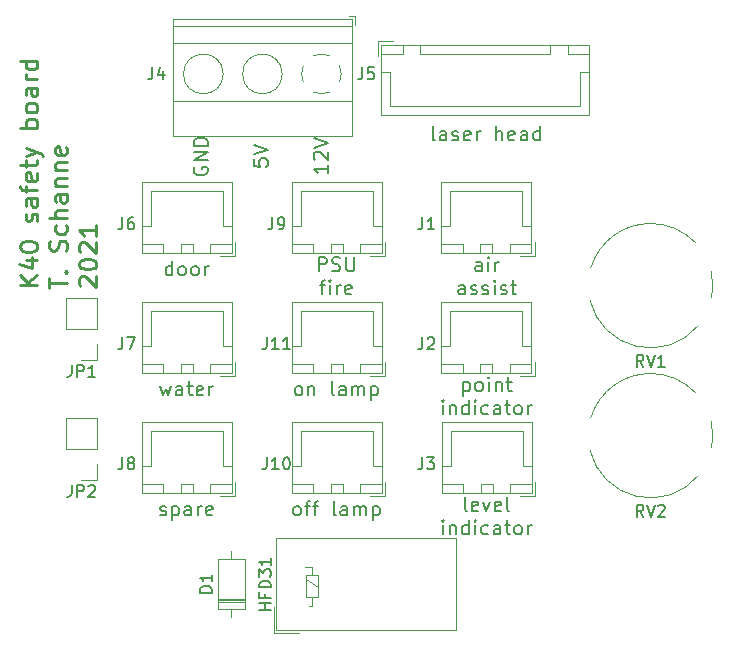
<source format=gto>
%TF.GenerationSoftware,KiCad,Pcbnew,(5.1.9)-1*%
%TF.CreationDate,2021-09-13T23:33:08+02:00*%
%TF.ProjectId,SafetyBoard,53616665-7479-4426-9f61-72642e6b6963,rev?*%
%TF.SameCoordinates,Original*%
%TF.FileFunction,Legend,Top*%
%TF.FilePolarity,Positive*%
%FSLAX46Y46*%
G04 Gerber Fmt 4.6, Leading zero omitted, Abs format (unit mm)*
G04 Created by KiCad (PCBNEW (5.1.9)-1) date 2021-09-13 23:33:08*
%MOMM*%
%LPD*%
G01*
G04 APERTURE LIST*
%ADD10C,0.250000*%
%ADD11C,0.170000*%
%ADD12C,0.120000*%
%ADD13C,0.150000*%
%ADD14R,2.600000X2.600000*%
%ADD15C,2.600000*%
%ADD16C,4.300000*%
%ADD17O,1.700000X1.950000*%
%ADD18R,1.600000X1.600000*%
%ADD19O,1.600000X1.600000*%
%ADD20C,2.000000*%
%ADD21R,2.000000X2.000000*%
%ADD22O,1.700000X2.000000*%
%ADD23R,1.700000X1.700000*%
%ADD24O,1.700000X1.700000*%
%ADD25C,2.340000*%
G04 APERTURE END LIST*
D10*
X125813571Y-50915357D02*
X124313571Y-50915357D01*
X125813571Y-50058214D02*
X124956428Y-50701071D01*
X124313571Y-50058214D02*
X125170714Y-50915357D01*
X124813571Y-48772500D02*
X125813571Y-48772500D01*
X124242142Y-49129642D02*
X125313571Y-49486785D01*
X125313571Y-48558214D01*
X124313571Y-47701071D02*
X124313571Y-47558214D01*
X124385000Y-47415357D01*
X124456428Y-47343928D01*
X124599285Y-47272500D01*
X124885000Y-47201071D01*
X125242142Y-47201071D01*
X125527857Y-47272500D01*
X125670714Y-47343928D01*
X125742142Y-47415357D01*
X125813571Y-47558214D01*
X125813571Y-47701071D01*
X125742142Y-47843928D01*
X125670714Y-47915357D01*
X125527857Y-47986785D01*
X125242142Y-48058214D01*
X124885000Y-48058214D01*
X124599285Y-47986785D01*
X124456428Y-47915357D01*
X124385000Y-47843928D01*
X124313571Y-47701071D01*
X125742142Y-45486785D02*
X125813571Y-45343928D01*
X125813571Y-45058214D01*
X125742142Y-44915357D01*
X125599285Y-44843928D01*
X125527857Y-44843928D01*
X125385000Y-44915357D01*
X125313571Y-45058214D01*
X125313571Y-45272500D01*
X125242142Y-45415357D01*
X125099285Y-45486785D01*
X125027857Y-45486785D01*
X124885000Y-45415357D01*
X124813571Y-45272500D01*
X124813571Y-45058214D01*
X124885000Y-44915357D01*
X125813571Y-43558214D02*
X125027857Y-43558214D01*
X124885000Y-43629642D01*
X124813571Y-43772500D01*
X124813571Y-44058214D01*
X124885000Y-44201071D01*
X125742142Y-43558214D02*
X125813571Y-43701071D01*
X125813571Y-44058214D01*
X125742142Y-44201071D01*
X125599285Y-44272500D01*
X125456428Y-44272500D01*
X125313571Y-44201071D01*
X125242142Y-44058214D01*
X125242142Y-43701071D01*
X125170714Y-43558214D01*
X124813571Y-43058214D02*
X124813571Y-42486785D01*
X125813571Y-42843928D02*
X124527857Y-42843928D01*
X124385000Y-42772500D01*
X124313571Y-42629642D01*
X124313571Y-42486785D01*
X125742142Y-41415357D02*
X125813571Y-41558214D01*
X125813571Y-41843928D01*
X125742142Y-41986785D01*
X125599285Y-42058214D01*
X125027857Y-42058214D01*
X124885000Y-41986785D01*
X124813571Y-41843928D01*
X124813571Y-41558214D01*
X124885000Y-41415357D01*
X125027857Y-41343928D01*
X125170714Y-41343928D01*
X125313571Y-42058214D01*
X124813571Y-40915357D02*
X124813571Y-40343928D01*
X124313571Y-40701071D02*
X125599285Y-40701071D01*
X125742142Y-40629642D01*
X125813571Y-40486785D01*
X125813571Y-40343928D01*
X124813571Y-39986785D02*
X125813571Y-39629642D01*
X124813571Y-39272500D02*
X125813571Y-39629642D01*
X126170714Y-39772500D01*
X126242142Y-39843928D01*
X126313571Y-39986785D01*
X125813571Y-37558214D02*
X124313571Y-37558214D01*
X124885000Y-37558214D02*
X124813571Y-37415357D01*
X124813571Y-37129642D01*
X124885000Y-36986785D01*
X124956428Y-36915357D01*
X125099285Y-36843928D01*
X125527857Y-36843928D01*
X125670714Y-36915357D01*
X125742142Y-36986785D01*
X125813571Y-37129642D01*
X125813571Y-37415357D01*
X125742142Y-37558214D01*
X125813571Y-35986785D02*
X125742142Y-36129642D01*
X125670714Y-36201071D01*
X125527857Y-36272500D01*
X125099285Y-36272500D01*
X124956428Y-36201071D01*
X124885000Y-36129642D01*
X124813571Y-35986785D01*
X124813571Y-35772500D01*
X124885000Y-35629642D01*
X124956428Y-35558214D01*
X125099285Y-35486785D01*
X125527857Y-35486785D01*
X125670714Y-35558214D01*
X125742142Y-35629642D01*
X125813571Y-35772500D01*
X125813571Y-35986785D01*
X125813571Y-34201071D02*
X125027857Y-34201071D01*
X124885000Y-34272500D01*
X124813571Y-34415357D01*
X124813571Y-34701071D01*
X124885000Y-34843928D01*
X125742142Y-34201071D02*
X125813571Y-34343928D01*
X125813571Y-34701071D01*
X125742142Y-34843928D01*
X125599285Y-34915357D01*
X125456428Y-34915357D01*
X125313571Y-34843928D01*
X125242142Y-34701071D01*
X125242142Y-34343928D01*
X125170714Y-34201071D01*
X125813571Y-33486785D02*
X124813571Y-33486785D01*
X125099285Y-33486785D02*
X124956428Y-33415357D01*
X124885000Y-33343928D01*
X124813571Y-33201071D01*
X124813571Y-33058214D01*
X125813571Y-31915357D02*
X124313571Y-31915357D01*
X125742142Y-31915357D02*
X125813571Y-32058214D01*
X125813571Y-32343928D01*
X125742142Y-32486785D01*
X125670714Y-32558214D01*
X125527857Y-32629642D01*
X125099285Y-32629642D01*
X124956428Y-32558214D01*
X124885000Y-32486785D01*
X124813571Y-32343928D01*
X124813571Y-32058214D01*
X124885000Y-31915357D01*
X126813571Y-51129642D02*
X126813571Y-50272500D01*
X128313571Y-50701071D02*
X126813571Y-50701071D01*
X128170714Y-49772500D02*
X128242142Y-49701071D01*
X128313571Y-49772500D01*
X128242142Y-49843928D01*
X128170714Y-49772500D01*
X128313571Y-49772500D01*
X128242142Y-47986785D02*
X128313571Y-47772500D01*
X128313571Y-47415357D01*
X128242142Y-47272500D01*
X128170714Y-47201071D01*
X128027857Y-47129642D01*
X127885000Y-47129642D01*
X127742142Y-47201071D01*
X127670714Y-47272500D01*
X127599285Y-47415357D01*
X127527857Y-47701071D01*
X127456428Y-47843928D01*
X127385000Y-47915357D01*
X127242142Y-47986785D01*
X127099285Y-47986785D01*
X126956428Y-47915357D01*
X126885000Y-47843928D01*
X126813571Y-47701071D01*
X126813571Y-47343928D01*
X126885000Y-47129642D01*
X128242142Y-45843928D02*
X128313571Y-45986785D01*
X128313571Y-46272500D01*
X128242142Y-46415357D01*
X128170714Y-46486785D01*
X128027857Y-46558214D01*
X127599285Y-46558214D01*
X127456428Y-46486785D01*
X127385000Y-46415357D01*
X127313571Y-46272500D01*
X127313571Y-45986785D01*
X127385000Y-45843928D01*
X128313571Y-45201071D02*
X126813571Y-45201071D01*
X128313571Y-44558214D02*
X127527857Y-44558214D01*
X127385000Y-44629642D01*
X127313571Y-44772500D01*
X127313571Y-44986785D01*
X127385000Y-45129642D01*
X127456428Y-45201071D01*
X128313571Y-43201071D02*
X127527857Y-43201071D01*
X127385000Y-43272500D01*
X127313571Y-43415357D01*
X127313571Y-43701071D01*
X127385000Y-43843928D01*
X128242142Y-43201071D02*
X128313571Y-43343928D01*
X128313571Y-43701071D01*
X128242142Y-43843928D01*
X128099285Y-43915357D01*
X127956428Y-43915357D01*
X127813571Y-43843928D01*
X127742142Y-43701071D01*
X127742142Y-43343928D01*
X127670714Y-43201071D01*
X127313571Y-42486785D02*
X128313571Y-42486785D01*
X127456428Y-42486785D02*
X127385000Y-42415357D01*
X127313571Y-42272500D01*
X127313571Y-42058214D01*
X127385000Y-41915357D01*
X127527857Y-41843928D01*
X128313571Y-41843928D01*
X127313571Y-41129642D02*
X128313571Y-41129642D01*
X127456428Y-41129642D02*
X127385000Y-41058214D01*
X127313571Y-40915357D01*
X127313571Y-40701071D01*
X127385000Y-40558214D01*
X127527857Y-40486785D01*
X128313571Y-40486785D01*
X128242142Y-39201071D02*
X128313571Y-39343928D01*
X128313571Y-39629642D01*
X128242142Y-39772500D01*
X128099285Y-39843928D01*
X127527857Y-39843928D01*
X127385000Y-39772500D01*
X127313571Y-39629642D01*
X127313571Y-39343928D01*
X127385000Y-39201071D01*
X127527857Y-39129642D01*
X127670714Y-39129642D01*
X127813571Y-39843928D01*
X129456428Y-50986785D02*
X129385000Y-50915357D01*
X129313571Y-50772500D01*
X129313571Y-50415357D01*
X129385000Y-50272500D01*
X129456428Y-50201071D01*
X129599285Y-50129642D01*
X129742142Y-50129642D01*
X129956428Y-50201071D01*
X130813571Y-51058214D01*
X130813571Y-50129642D01*
X129313571Y-49201071D02*
X129313571Y-49058214D01*
X129385000Y-48915357D01*
X129456428Y-48843928D01*
X129599285Y-48772500D01*
X129885000Y-48701071D01*
X130242142Y-48701071D01*
X130527857Y-48772500D01*
X130670714Y-48843928D01*
X130742142Y-48915357D01*
X130813571Y-49058214D01*
X130813571Y-49201071D01*
X130742142Y-49343928D01*
X130670714Y-49415357D01*
X130527857Y-49486785D01*
X130242142Y-49558214D01*
X129885000Y-49558214D01*
X129599285Y-49486785D01*
X129456428Y-49415357D01*
X129385000Y-49343928D01*
X129313571Y-49201071D01*
X129456428Y-48129642D02*
X129385000Y-48058214D01*
X129313571Y-47915357D01*
X129313571Y-47558214D01*
X129385000Y-47415357D01*
X129456428Y-47343928D01*
X129599285Y-47272500D01*
X129742142Y-47272500D01*
X129956428Y-47343928D01*
X130813571Y-48201071D01*
X130813571Y-47272500D01*
X130813571Y-45843928D02*
X130813571Y-46701071D01*
X130813571Y-46272500D02*
X129313571Y-46272500D01*
X129527857Y-46415357D01*
X129670714Y-46558214D01*
X129742142Y-46701071D01*
D11*
X159458571Y-38642857D02*
X159344285Y-38585714D01*
X159287142Y-38471428D01*
X159287142Y-37442857D01*
X160430000Y-38642857D02*
X160430000Y-38014285D01*
X160372857Y-37900000D01*
X160258571Y-37842857D01*
X160030000Y-37842857D01*
X159915714Y-37900000D01*
X160430000Y-38585714D02*
X160315714Y-38642857D01*
X160030000Y-38642857D01*
X159915714Y-38585714D01*
X159858571Y-38471428D01*
X159858571Y-38357142D01*
X159915714Y-38242857D01*
X160030000Y-38185714D01*
X160315714Y-38185714D01*
X160430000Y-38128571D01*
X160944285Y-38585714D02*
X161058571Y-38642857D01*
X161287142Y-38642857D01*
X161401428Y-38585714D01*
X161458571Y-38471428D01*
X161458571Y-38414285D01*
X161401428Y-38300000D01*
X161287142Y-38242857D01*
X161115714Y-38242857D01*
X161001428Y-38185714D01*
X160944285Y-38071428D01*
X160944285Y-38014285D01*
X161001428Y-37900000D01*
X161115714Y-37842857D01*
X161287142Y-37842857D01*
X161401428Y-37900000D01*
X162430000Y-38585714D02*
X162315714Y-38642857D01*
X162087142Y-38642857D01*
X161972857Y-38585714D01*
X161915714Y-38471428D01*
X161915714Y-38014285D01*
X161972857Y-37900000D01*
X162087142Y-37842857D01*
X162315714Y-37842857D01*
X162430000Y-37900000D01*
X162487142Y-38014285D01*
X162487142Y-38128571D01*
X161915714Y-38242857D01*
X163001428Y-38642857D02*
X163001428Y-37842857D01*
X163001428Y-38071428D02*
X163058571Y-37957142D01*
X163115714Y-37900000D01*
X163230000Y-37842857D01*
X163344285Y-37842857D01*
X164658571Y-38642857D02*
X164658571Y-37442857D01*
X165172857Y-38642857D02*
X165172857Y-38014285D01*
X165115714Y-37900000D01*
X165001428Y-37842857D01*
X164830000Y-37842857D01*
X164715714Y-37900000D01*
X164658571Y-37957142D01*
X166201428Y-38585714D02*
X166087142Y-38642857D01*
X165858571Y-38642857D01*
X165744285Y-38585714D01*
X165687142Y-38471428D01*
X165687142Y-38014285D01*
X165744285Y-37900000D01*
X165858571Y-37842857D01*
X166087142Y-37842857D01*
X166201428Y-37900000D01*
X166258571Y-38014285D01*
X166258571Y-38128571D01*
X165687142Y-38242857D01*
X167287142Y-38642857D02*
X167287142Y-38014285D01*
X167230000Y-37900000D01*
X167115714Y-37842857D01*
X166887142Y-37842857D01*
X166772857Y-37900000D01*
X167287142Y-38585714D02*
X167172857Y-38642857D01*
X166887142Y-38642857D01*
X166772857Y-38585714D01*
X166715714Y-38471428D01*
X166715714Y-38357142D01*
X166772857Y-38242857D01*
X166887142Y-38185714D01*
X167172857Y-38185714D01*
X167287142Y-38128571D01*
X168372857Y-38642857D02*
X168372857Y-37442857D01*
X168372857Y-38585714D02*
X168258571Y-38642857D01*
X168030000Y-38642857D01*
X167915714Y-38585714D01*
X167858571Y-38528571D01*
X167801428Y-38414285D01*
X167801428Y-38071428D01*
X167858571Y-37957142D01*
X167915714Y-37900000D01*
X168030000Y-37842857D01*
X168258571Y-37842857D01*
X168372857Y-37900000D01*
X139100000Y-40919285D02*
X139042857Y-41033571D01*
X139042857Y-41205000D01*
X139100000Y-41376428D01*
X139214285Y-41490714D01*
X139328571Y-41547857D01*
X139557142Y-41605000D01*
X139728571Y-41605000D01*
X139957142Y-41547857D01*
X140071428Y-41490714D01*
X140185714Y-41376428D01*
X140242857Y-41205000D01*
X140242857Y-41090714D01*
X140185714Y-40919285D01*
X140128571Y-40862142D01*
X139728571Y-40862142D01*
X139728571Y-41090714D01*
X140242857Y-40347857D02*
X139042857Y-40347857D01*
X140242857Y-39662142D01*
X139042857Y-39662142D01*
X140242857Y-39090714D02*
X139042857Y-39090714D01*
X139042857Y-38805000D01*
X139100000Y-38633571D01*
X139214285Y-38519285D01*
X139328571Y-38462142D01*
X139557142Y-38405000D01*
X139728571Y-38405000D01*
X139957142Y-38462142D01*
X140071428Y-38519285D01*
X140185714Y-38633571D01*
X140242857Y-38805000D01*
X140242857Y-39090714D01*
X144122857Y-40233571D02*
X144122857Y-40805000D01*
X144694285Y-40862142D01*
X144637142Y-40805000D01*
X144580000Y-40690714D01*
X144580000Y-40405000D01*
X144637142Y-40290714D01*
X144694285Y-40233571D01*
X144808571Y-40176428D01*
X145094285Y-40176428D01*
X145208571Y-40233571D01*
X145265714Y-40290714D01*
X145322857Y-40405000D01*
X145322857Y-40690714D01*
X145265714Y-40805000D01*
X145208571Y-40862142D01*
X144122857Y-39833571D02*
X145322857Y-39433571D01*
X144122857Y-39033571D01*
X150402857Y-40747857D02*
X150402857Y-41433571D01*
X150402857Y-41090714D02*
X149202857Y-41090714D01*
X149374285Y-41205000D01*
X149488571Y-41319285D01*
X149545714Y-41433571D01*
X149317142Y-40290714D02*
X149260000Y-40233571D01*
X149202857Y-40119285D01*
X149202857Y-39833571D01*
X149260000Y-39719285D01*
X149317142Y-39662142D01*
X149431428Y-39605000D01*
X149545714Y-39605000D01*
X149717142Y-39662142D01*
X150402857Y-40347857D01*
X150402857Y-39605000D01*
X149202857Y-39262142D02*
X150402857Y-38862142D01*
X149202857Y-38462142D01*
X136201428Y-70335714D02*
X136315714Y-70392857D01*
X136544285Y-70392857D01*
X136658571Y-70335714D01*
X136715714Y-70221428D01*
X136715714Y-70164285D01*
X136658571Y-70050000D01*
X136544285Y-69992857D01*
X136372857Y-69992857D01*
X136258571Y-69935714D01*
X136201428Y-69821428D01*
X136201428Y-69764285D01*
X136258571Y-69650000D01*
X136372857Y-69592857D01*
X136544285Y-69592857D01*
X136658571Y-69650000D01*
X137230000Y-69592857D02*
X137230000Y-70792857D01*
X137230000Y-69650000D02*
X137344285Y-69592857D01*
X137572857Y-69592857D01*
X137687142Y-69650000D01*
X137744285Y-69707142D01*
X137801428Y-69821428D01*
X137801428Y-70164285D01*
X137744285Y-70278571D01*
X137687142Y-70335714D01*
X137572857Y-70392857D01*
X137344285Y-70392857D01*
X137230000Y-70335714D01*
X138830000Y-70392857D02*
X138830000Y-69764285D01*
X138772857Y-69650000D01*
X138658571Y-69592857D01*
X138430000Y-69592857D01*
X138315714Y-69650000D01*
X138830000Y-70335714D02*
X138715714Y-70392857D01*
X138430000Y-70392857D01*
X138315714Y-70335714D01*
X138258571Y-70221428D01*
X138258571Y-70107142D01*
X138315714Y-69992857D01*
X138430000Y-69935714D01*
X138715714Y-69935714D01*
X138830000Y-69878571D01*
X139401428Y-70392857D02*
X139401428Y-69592857D01*
X139401428Y-69821428D02*
X139458571Y-69707142D01*
X139515714Y-69650000D01*
X139630000Y-69592857D01*
X139744285Y-69592857D01*
X140601428Y-70335714D02*
X140487142Y-70392857D01*
X140258571Y-70392857D01*
X140144285Y-70335714D01*
X140087142Y-70221428D01*
X140087142Y-69764285D01*
X140144285Y-69650000D01*
X140258571Y-69592857D01*
X140487142Y-69592857D01*
X140601428Y-69650000D01*
X140658571Y-69764285D01*
X140658571Y-69878571D01*
X140087142Y-69992857D01*
X136201428Y-59432857D02*
X136430000Y-60232857D01*
X136658571Y-59661428D01*
X136887142Y-60232857D01*
X137115714Y-59432857D01*
X138087142Y-60232857D02*
X138087142Y-59604285D01*
X138030000Y-59490000D01*
X137915714Y-59432857D01*
X137687142Y-59432857D01*
X137572857Y-59490000D01*
X138087142Y-60175714D02*
X137972857Y-60232857D01*
X137687142Y-60232857D01*
X137572857Y-60175714D01*
X137515714Y-60061428D01*
X137515714Y-59947142D01*
X137572857Y-59832857D01*
X137687142Y-59775714D01*
X137972857Y-59775714D01*
X138087142Y-59718571D01*
X138487142Y-59432857D02*
X138944285Y-59432857D01*
X138658571Y-59032857D02*
X138658571Y-60061428D01*
X138715714Y-60175714D01*
X138830000Y-60232857D01*
X138944285Y-60232857D01*
X139801428Y-60175714D02*
X139687142Y-60232857D01*
X139458571Y-60232857D01*
X139344285Y-60175714D01*
X139287142Y-60061428D01*
X139287142Y-59604285D01*
X139344285Y-59490000D01*
X139458571Y-59432857D01*
X139687142Y-59432857D01*
X139801428Y-59490000D01*
X139858571Y-59604285D01*
X139858571Y-59718571D01*
X139287142Y-59832857D01*
X140372857Y-60232857D02*
X140372857Y-59432857D01*
X140372857Y-59661428D02*
X140430000Y-59547142D01*
X140487142Y-59490000D01*
X140601428Y-59432857D01*
X140715714Y-59432857D01*
X137230000Y-50072857D02*
X137230000Y-48872857D01*
X137230000Y-50015714D02*
X137115714Y-50072857D01*
X136887142Y-50072857D01*
X136772857Y-50015714D01*
X136715714Y-49958571D01*
X136658571Y-49844285D01*
X136658571Y-49501428D01*
X136715714Y-49387142D01*
X136772857Y-49330000D01*
X136887142Y-49272857D01*
X137115714Y-49272857D01*
X137230000Y-49330000D01*
X137972857Y-50072857D02*
X137858571Y-50015714D01*
X137801428Y-49958571D01*
X137744285Y-49844285D01*
X137744285Y-49501428D01*
X137801428Y-49387142D01*
X137858571Y-49330000D01*
X137972857Y-49272857D01*
X138144285Y-49272857D01*
X138258571Y-49330000D01*
X138315714Y-49387142D01*
X138372857Y-49501428D01*
X138372857Y-49844285D01*
X138315714Y-49958571D01*
X138258571Y-50015714D01*
X138144285Y-50072857D01*
X137972857Y-50072857D01*
X139058571Y-50072857D02*
X138944285Y-50015714D01*
X138887142Y-49958571D01*
X138830000Y-49844285D01*
X138830000Y-49501428D01*
X138887142Y-49387142D01*
X138944285Y-49330000D01*
X139058571Y-49272857D01*
X139230000Y-49272857D01*
X139344285Y-49330000D01*
X139401428Y-49387142D01*
X139458571Y-49501428D01*
X139458571Y-49844285D01*
X139401428Y-49958571D01*
X139344285Y-50015714D01*
X139230000Y-50072857D01*
X139058571Y-50072857D01*
X139972857Y-50072857D02*
X139972857Y-49272857D01*
X139972857Y-49501428D02*
X140030000Y-49387142D01*
X140087142Y-49330000D01*
X140201428Y-49272857D01*
X140315714Y-49272857D01*
X147701428Y-70392857D02*
X147587142Y-70335714D01*
X147530000Y-70278571D01*
X147472857Y-70164285D01*
X147472857Y-69821428D01*
X147530000Y-69707142D01*
X147587142Y-69650000D01*
X147701428Y-69592857D01*
X147872857Y-69592857D01*
X147987142Y-69650000D01*
X148044285Y-69707142D01*
X148101428Y-69821428D01*
X148101428Y-70164285D01*
X148044285Y-70278571D01*
X147987142Y-70335714D01*
X147872857Y-70392857D01*
X147701428Y-70392857D01*
X148444285Y-69592857D02*
X148901428Y-69592857D01*
X148615714Y-70392857D02*
X148615714Y-69364285D01*
X148672857Y-69250000D01*
X148787142Y-69192857D01*
X148901428Y-69192857D01*
X149130000Y-69592857D02*
X149587142Y-69592857D01*
X149301428Y-70392857D02*
X149301428Y-69364285D01*
X149358571Y-69250000D01*
X149472857Y-69192857D01*
X149587142Y-69192857D01*
X151072857Y-70392857D02*
X150958571Y-70335714D01*
X150901428Y-70221428D01*
X150901428Y-69192857D01*
X152044285Y-70392857D02*
X152044285Y-69764285D01*
X151987142Y-69650000D01*
X151872857Y-69592857D01*
X151644285Y-69592857D01*
X151530000Y-69650000D01*
X152044285Y-70335714D02*
X151930000Y-70392857D01*
X151644285Y-70392857D01*
X151530000Y-70335714D01*
X151472857Y-70221428D01*
X151472857Y-70107142D01*
X151530000Y-69992857D01*
X151644285Y-69935714D01*
X151930000Y-69935714D01*
X152044285Y-69878571D01*
X152615714Y-70392857D02*
X152615714Y-69592857D01*
X152615714Y-69707142D02*
X152672857Y-69650000D01*
X152787142Y-69592857D01*
X152958571Y-69592857D01*
X153072857Y-69650000D01*
X153130000Y-69764285D01*
X153130000Y-70392857D01*
X153130000Y-69764285D02*
X153187142Y-69650000D01*
X153301428Y-69592857D01*
X153472857Y-69592857D01*
X153587142Y-69650000D01*
X153644285Y-69764285D01*
X153644285Y-70392857D01*
X154215714Y-69592857D02*
X154215714Y-70792857D01*
X154215714Y-69650000D02*
X154330000Y-69592857D01*
X154558571Y-69592857D01*
X154672857Y-69650000D01*
X154730000Y-69707142D01*
X154787142Y-69821428D01*
X154787142Y-70164285D01*
X154730000Y-70278571D01*
X154672857Y-70335714D01*
X154558571Y-70392857D01*
X154330000Y-70392857D01*
X154215714Y-70335714D01*
X147844285Y-60232857D02*
X147730000Y-60175714D01*
X147672857Y-60118571D01*
X147615714Y-60004285D01*
X147615714Y-59661428D01*
X147672857Y-59547142D01*
X147730000Y-59490000D01*
X147844285Y-59432857D01*
X148015714Y-59432857D01*
X148130000Y-59490000D01*
X148187142Y-59547142D01*
X148244285Y-59661428D01*
X148244285Y-60004285D01*
X148187142Y-60118571D01*
X148130000Y-60175714D01*
X148015714Y-60232857D01*
X147844285Y-60232857D01*
X148758571Y-59432857D02*
X148758571Y-60232857D01*
X148758571Y-59547142D02*
X148815714Y-59490000D01*
X148930000Y-59432857D01*
X149101428Y-59432857D01*
X149215714Y-59490000D01*
X149272857Y-59604285D01*
X149272857Y-60232857D01*
X150930000Y-60232857D02*
X150815714Y-60175714D01*
X150758571Y-60061428D01*
X150758571Y-59032857D01*
X151901428Y-60232857D02*
X151901428Y-59604285D01*
X151844285Y-59490000D01*
X151730000Y-59432857D01*
X151501428Y-59432857D01*
X151387142Y-59490000D01*
X151901428Y-60175714D02*
X151787142Y-60232857D01*
X151501428Y-60232857D01*
X151387142Y-60175714D01*
X151330000Y-60061428D01*
X151330000Y-59947142D01*
X151387142Y-59832857D01*
X151501428Y-59775714D01*
X151787142Y-59775714D01*
X151901428Y-59718571D01*
X152472857Y-60232857D02*
X152472857Y-59432857D01*
X152472857Y-59547142D02*
X152530000Y-59490000D01*
X152644285Y-59432857D01*
X152815714Y-59432857D01*
X152930000Y-59490000D01*
X152987142Y-59604285D01*
X152987142Y-60232857D01*
X152987142Y-59604285D02*
X153044285Y-59490000D01*
X153158571Y-59432857D01*
X153330000Y-59432857D01*
X153444285Y-59490000D01*
X153501428Y-59604285D01*
X153501428Y-60232857D01*
X154072857Y-59432857D02*
X154072857Y-60632857D01*
X154072857Y-59490000D02*
X154187142Y-59432857D01*
X154415714Y-59432857D01*
X154530000Y-59490000D01*
X154587142Y-59547142D01*
X154644285Y-59661428D01*
X154644285Y-60004285D01*
X154587142Y-60118571D01*
X154530000Y-60175714D01*
X154415714Y-60232857D01*
X154187142Y-60232857D01*
X154072857Y-60175714D01*
X149615714Y-49722857D02*
X149615714Y-48522857D01*
X150072857Y-48522857D01*
X150187142Y-48580000D01*
X150244285Y-48637142D01*
X150301428Y-48751428D01*
X150301428Y-48922857D01*
X150244285Y-49037142D01*
X150187142Y-49094285D01*
X150072857Y-49151428D01*
X149615714Y-49151428D01*
X150758571Y-49665714D02*
X150930000Y-49722857D01*
X151215714Y-49722857D01*
X151330000Y-49665714D01*
X151387142Y-49608571D01*
X151444285Y-49494285D01*
X151444285Y-49380000D01*
X151387142Y-49265714D01*
X151330000Y-49208571D01*
X151215714Y-49151428D01*
X150987142Y-49094285D01*
X150872857Y-49037142D01*
X150815714Y-48980000D01*
X150758571Y-48865714D01*
X150758571Y-48751428D01*
X150815714Y-48637142D01*
X150872857Y-48580000D01*
X150987142Y-48522857D01*
X151272857Y-48522857D01*
X151444285Y-48580000D01*
X151958571Y-48522857D02*
X151958571Y-49494285D01*
X152015714Y-49608571D01*
X152072857Y-49665714D01*
X152187142Y-49722857D01*
X152415714Y-49722857D01*
X152530000Y-49665714D01*
X152587142Y-49608571D01*
X152644285Y-49494285D01*
X152644285Y-48522857D01*
X149730000Y-50892857D02*
X150187142Y-50892857D01*
X149901428Y-51692857D02*
X149901428Y-50664285D01*
X149958571Y-50550000D01*
X150072857Y-50492857D01*
X150187142Y-50492857D01*
X150587142Y-51692857D02*
X150587142Y-50892857D01*
X150587142Y-50492857D02*
X150530000Y-50550000D01*
X150587142Y-50607142D01*
X150644285Y-50550000D01*
X150587142Y-50492857D01*
X150587142Y-50607142D01*
X151158571Y-51692857D02*
X151158571Y-50892857D01*
X151158571Y-51121428D02*
X151215714Y-51007142D01*
X151272857Y-50950000D01*
X151387142Y-50892857D01*
X151501428Y-50892857D01*
X152358571Y-51635714D02*
X152244285Y-51692857D01*
X152015714Y-51692857D01*
X151901428Y-51635714D01*
X151844285Y-51521428D01*
X151844285Y-51064285D01*
X151901428Y-50950000D01*
X152015714Y-50892857D01*
X152244285Y-50892857D01*
X152358571Y-50950000D01*
X152415714Y-51064285D01*
X152415714Y-51178571D01*
X151844285Y-51292857D01*
X162172857Y-70042857D02*
X162058571Y-69985714D01*
X162001428Y-69871428D01*
X162001428Y-68842857D01*
X163087142Y-69985714D02*
X162972857Y-70042857D01*
X162744285Y-70042857D01*
X162630000Y-69985714D01*
X162572857Y-69871428D01*
X162572857Y-69414285D01*
X162630000Y-69300000D01*
X162744285Y-69242857D01*
X162972857Y-69242857D01*
X163087142Y-69300000D01*
X163144285Y-69414285D01*
X163144285Y-69528571D01*
X162572857Y-69642857D01*
X163544285Y-69242857D02*
X163830000Y-70042857D01*
X164115714Y-69242857D01*
X165030000Y-69985714D02*
X164915714Y-70042857D01*
X164687142Y-70042857D01*
X164572857Y-69985714D01*
X164515714Y-69871428D01*
X164515714Y-69414285D01*
X164572857Y-69300000D01*
X164687142Y-69242857D01*
X164915714Y-69242857D01*
X165030000Y-69300000D01*
X165087142Y-69414285D01*
X165087142Y-69528571D01*
X164515714Y-69642857D01*
X165772857Y-70042857D02*
X165658571Y-69985714D01*
X165601428Y-69871428D01*
X165601428Y-68842857D01*
X160144285Y-72012857D02*
X160144285Y-71212857D01*
X160144285Y-70812857D02*
X160087142Y-70870000D01*
X160144285Y-70927142D01*
X160201428Y-70870000D01*
X160144285Y-70812857D01*
X160144285Y-70927142D01*
X160715714Y-71212857D02*
X160715714Y-72012857D01*
X160715714Y-71327142D02*
X160772857Y-71270000D01*
X160887142Y-71212857D01*
X161058571Y-71212857D01*
X161172857Y-71270000D01*
X161230000Y-71384285D01*
X161230000Y-72012857D01*
X162315714Y-72012857D02*
X162315714Y-70812857D01*
X162315714Y-71955714D02*
X162201428Y-72012857D01*
X161972857Y-72012857D01*
X161858571Y-71955714D01*
X161801428Y-71898571D01*
X161744285Y-71784285D01*
X161744285Y-71441428D01*
X161801428Y-71327142D01*
X161858571Y-71270000D01*
X161972857Y-71212857D01*
X162201428Y-71212857D01*
X162315714Y-71270000D01*
X162887142Y-72012857D02*
X162887142Y-71212857D01*
X162887142Y-70812857D02*
X162830000Y-70870000D01*
X162887142Y-70927142D01*
X162944285Y-70870000D01*
X162887142Y-70812857D01*
X162887142Y-70927142D01*
X163972857Y-71955714D02*
X163858571Y-72012857D01*
X163630000Y-72012857D01*
X163515714Y-71955714D01*
X163458571Y-71898571D01*
X163401428Y-71784285D01*
X163401428Y-71441428D01*
X163458571Y-71327142D01*
X163515714Y-71270000D01*
X163630000Y-71212857D01*
X163858571Y-71212857D01*
X163972857Y-71270000D01*
X165001428Y-72012857D02*
X165001428Y-71384285D01*
X164944285Y-71270000D01*
X164830000Y-71212857D01*
X164601428Y-71212857D01*
X164487142Y-71270000D01*
X165001428Y-71955714D02*
X164887142Y-72012857D01*
X164601428Y-72012857D01*
X164487142Y-71955714D01*
X164430000Y-71841428D01*
X164430000Y-71727142D01*
X164487142Y-71612857D01*
X164601428Y-71555714D01*
X164887142Y-71555714D01*
X165001428Y-71498571D01*
X165401428Y-71212857D02*
X165858571Y-71212857D01*
X165572857Y-70812857D02*
X165572857Y-71841428D01*
X165630000Y-71955714D01*
X165744285Y-72012857D01*
X165858571Y-72012857D01*
X166430000Y-72012857D02*
X166315714Y-71955714D01*
X166258571Y-71898571D01*
X166201428Y-71784285D01*
X166201428Y-71441428D01*
X166258571Y-71327142D01*
X166315714Y-71270000D01*
X166430000Y-71212857D01*
X166601428Y-71212857D01*
X166715714Y-71270000D01*
X166772857Y-71327142D01*
X166830000Y-71441428D01*
X166830000Y-71784285D01*
X166772857Y-71898571D01*
X166715714Y-71955714D01*
X166601428Y-72012857D01*
X166430000Y-72012857D01*
X167344285Y-72012857D02*
X167344285Y-71212857D01*
X167344285Y-71441428D02*
X167401428Y-71327142D01*
X167458571Y-71270000D01*
X167572857Y-71212857D01*
X167687142Y-71212857D01*
X161858571Y-59082857D02*
X161858571Y-60282857D01*
X161858571Y-59140000D02*
X161972857Y-59082857D01*
X162201428Y-59082857D01*
X162315714Y-59140000D01*
X162372857Y-59197142D01*
X162430000Y-59311428D01*
X162430000Y-59654285D01*
X162372857Y-59768571D01*
X162315714Y-59825714D01*
X162201428Y-59882857D01*
X161972857Y-59882857D01*
X161858571Y-59825714D01*
X163115714Y-59882857D02*
X163001428Y-59825714D01*
X162944285Y-59768571D01*
X162887142Y-59654285D01*
X162887142Y-59311428D01*
X162944285Y-59197142D01*
X163001428Y-59140000D01*
X163115714Y-59082857D01*
X163287142Y-59082857D01*
X163401428Y-59140000D01*
X163458571Y-59197142D01*
X163515714Y-59311428D01*
X163515714Y-59654285D01*
X163458571Y-59768571D01*
X163401428Y-59825714D01*
X163287142Y-59882857D01*
X163115714Y-59882857D01*
X164030000Y-59882857D02*
X164030000Y-59082857D01*
X164030000Y-58682857D02*
X163972857Y-58740000D01*
X164030000Y-58797142D01*
X164087142Y-58740000D01*
X164030000Y-58682857D01*
X164030000Y-58797142D01*
X164601428Y-59082857D02*
X164601428Y-59882857D01*
X164601428Y-59197142D02*
X164658571Y-59140000D01*
X164772857Y-59082857D01*
X164944285Y-59082857D01*
X165058571Y-59140000D01*
X165115714Y-59254285D01*
X165115714Y-59882857D01*
X165515714Y-59082857D02*
X165972857Y-59082857D01*
X165687142Y-58682857D02*
X165687142Y-59711428D01*
X165744285Y-59825714D01*
X165858571Y-59882857D01*
X165972857Y-59882857D01*
X160144285Y-61852857D02*
X160144285Y-61052857D01*
X160144285Y-60652857D02*
X160087142Y-60710000D01*
X160144285Y-60767142D01*
X160201428Y-60710000D01*
X160144285Y-60652857D01*
X160144285Y-60767142D01*
X160715714Y-61052857D02*
X160715714Y-61852857D01*
X160715714Y-61167142D02*
X160772857Y-61110000D01*
X160887142Y-61052857D01*
X161058571Y-61052857D01*
X161172857Y-61110000D01*
X161230000Y-61224285D01*
X161230000Y-61852857D01*
X162315714Y-61852857D02*
X162315714Y-60652857D01*
X162315714Y-61795714D02*
X162201428Y-61852857D01*
X161972857Y-61852857D01*
X161858571Y-61795714D01*
X161801428Y-61738571D01*
X161744285Y-61624285D01*
X161744285Y-61281428D01*
X161801428Y-61167142D01*
X161858571Y-61110000D01*
X161972857Y-61052857D01*
X162201428Y-61052857D01*
X162315714Y-61110000D01*
X162887142Y-61852857D02*
X162887142Y-61052857D01*
X162887142Y-60652857D02*
X162830000Y-60710000D01*
X162887142Y-60767142D01*
X162944285Y-60710000D01*
X162887142Y-60652857D01*
X162887142Y-60767142D01*
X163972857Y-61795714D02*
X163858571Y-61852857D01*
X163630000Y-61852857D01*
X163515714Y-61795714D01*
X163458571Y-61738571D01*
X163401428Y-61624285D01*
X163401428Y-61281428D01*
X163458571Y-61167142D01*
X163515714Y-61110000D01*
X163630000Y-61052857D01*
X163858571Y-61052857D01*
X163972857Y-61110000D01*
X165001428Y-61852857D02*
X165001428Y-61224285D01*
X164944285Y-61110000D01*
X164830000Y-61052857D01*
X164601428Y-61052857D01*
X164487142Y-61110000D01*
X165001428Y-61795714D02*
X164887142Y-61852857D01*
X164601428Y-61852857D01*
X164487142Y-61795714D01*
X164430000Y-61681428D01*
X164430000Y-61567142D01*
X164487142Y-61452857D01*
X164601428Y-61395714D01*
X164887142Y-61395714D01*
X165001428Y-61338571D01*
X165401428Y-61052857D02*
X165858571Y-61052857D01*
X165572857Y-60652857D02*
X165572857Y-61681428D01*
X165630000Y-61795714D01*
X165744285Y-61852857D01*
X165858571Y-61852857D01*
X166430000Y-61852857D02*
X166315714Y-61795714D01*
X166258571Y-61738571D01*
X166201428Y-61624285D01*
X166201428Y-61281428D01*
X166258571Y-61167142D01*
X166315714Y-61110000D01*
X166430000Y-61052857D01*
X166601428Y-61052857D01*
X166715714Y-61110000D01*
X166772857Y-61167142D01*
X166830000Y-61281428D01*
X166830000Y-61624285D01*
X166772857Y-61738571D01*
X166715714Y-61795714D01*
X166601428Y-61852857D01*
X166430000Y-61852857D01*
X167344285Y-61852857D02*
X167344285Y-61052857D01*
X167344285Y-61281428D02*
X167401428Y-61167142D01*
X167458571Y-61110000D01*
X167572857Y-61052857D01*
X167687142Y-61052857D01*
X163430000Y-49722857D02*
X163430000Y-49094285D01*
X163372857Y-48980000D01*
X163258571Y-48922857D01*
X163030000Y-48922857D01*
X162915714Y-48980000D01*
X163430000Y-49665714D02*
X163315714Y-49722857D01*
X163030000Y-49722857D01*
X162915714Y-49665714D01*
X162858571Y-49551428D01*
X162858571Y-49437142D01*
X162915714Y-49322857D01*
X163030000Y-49265714D01*
X163315714Y-49265714D01*
X163430000Y-49208571D01*
X164001428Y-49722857D02*
X164001428Y-48922857D01*
X164001428Y-48522857D02*
X163944285Y-48580000D01*
X164001428Y-48637142D01*
X164058571Y-48580000D01*
X164001428Y-48522857D01*
X164001428Y-48637142D01*
X164572857Y-49722857D02*
X164572857Y-48922857D01*
X164572857Y-49151428D02*
X164630000Y-49037142D01*
X164687142Y-48980000D01*
X164801428Y-48922857D01*
X164915714Y-48922857D01*
X162001428Y-51692857D02*
X162001428Y-51064285D01*
X161944285Y-50950000D01*
X161830000Y-50892857D01*
X161601428Y-50892857D01*
X161487142Y-50950000D01*
X162001428Y-51635714D02*
X161887142Y-51692857D01*
X161601428Y-51692857D01*
X161487142Y-51635714D01*
X161430000Y-51521428D01*
X161430000Y-51407142D01*
X161487142Y-51292857D01*
X161601428Y-51235714D01*
X161887142Y-51235714D01*
X162001428Y-51178571D01*
X162515714Y-51635714D02*
X162630000Y-51692857D01*
X162858571Y-51692857D01*
X162972857Y-51635714D01*
X163030000Y-51521428D01*
X163030000Y-51464285D01*
X162972857Y-51350000D01*
X162858571Y-51292857D01*
X162687142Y-51292857D01*
X162572857Y-51235714D01*
X162515714Y-51121428D01*
X162515714Y-51064285D01*
X162572857Y-50950000D01*
X162687142Y-50892857D01*
X162858571Y-50892857D01*
X162972857Y-50950000D01*
X163487142Y-51635714D02*
X163601428Y-51692857D01*
X163830000Y-51692857D01*
X163944285Y-51635714D01*
X164001428Y-51521428D01*
X164001428Y-51464285D01*
X163944285Y-51350000D01*
X163830000Y-51292857D01*
X163658571Y-51292857D01*
X163544285Y-51235714D01*
X163487142Y-51121428D01*
X163487142Y-51064285D01*
X163544285Y-50950000D01*
X163658571Y-50892857D01*
X163830000Y-50892857D01*
X163944285Y-50950000D01*
X164515714Y-51692857D02*
X164515714Y-50892857D01*
X164515714Y-50492857D02*
X164458571Y-50550000D01*
X164515714Y-50607142D01*
X164572857Y-50550000D01*
X164515714Y-50492857D01*
X164515714Y-50607142D01*
X165030000Y-51635714D02*
X165144285Y-51692857D01*
X165372857Y-51692857D01*
X165487142Y-51635714D01*
X165544285Y-51521428D01*
X165544285Y-51464285D01*
X165487142Y-51350000D01*
X165372857Y-51292857D01*
X165201428Y-51292857D01*
X165087142Y-51235714D01*
X165030000Y-51121428D01*
X165030000Y-51064285D01*
X165087142Y-50950000D01*
X165201428Y-50892857D01*
X165372857Y-50892857D01*
X165487142Y-50950000D01*
X165887142Y-50892857D02*
X166344285Y-50892857D01*
X166058571Y-50492857D02*
X166058571Y-51521428D01*
X166115714Y-51635714D01*
X166230000Y-51692857D01*
X166344285Y-51692857D01*
D12*
%TO.C,J4*%
X152660000Y-28120000D02*
X152160000Y-28120000D01*
X152660000Y-28860000D02*
X152660000Y-28120000D01*
X141087000Y-31997000D02*
X141134000Y-31951000D01*
X138790000Y-34295000D02*
X138825000Y-34259000D01*
X140894000Y-31781000D02*
X140929000Y-31746000D01*
X138585000Y-34089000D02*
X138632000Y-34043000D01*
X146087000Y-31997000D02*
X146134000Y-31951000D01*
X143790000Y-34295000D02*
X143825000Y-34259000D01*
X145894000Y-31781000D02*
X145929000Y-31746000D01*
X143585000Y-34089000D02*
X143632000Y-34043000D01*
X137300000Y-38281000D02*
X137300000Y-28360000D01*
X152420000Y-38281000D02*
X152420000Y-28360000D01*
X152420000Y-28360000D02*
X137300000Y-28360000D01*
X152420000Y-38281000D02*
X137300000Y-38281000D01*
X152420000Y-35321000D02*
X137300000Y-35321000D01*
X152420000Y-30420000D02*
X137300000Y-30420000D01*
X152420000Y-28920000D02*
X137300000Y-28920000D01*
X141540000Y-33020000D02*
G75*
G03*
X141540000Y-33020000I-1680000J0D01*
G01*
X146540000Y-33020000D02*
G75*
G03*
X146540000Y-33020000I-1680000J0D01*
G01*
X149176682Y-31485244D02*
G75*
G02*
X149860000Y-31340000I683318J-1534756D01*
G01*
X148324574Y-33703042D02*
G75*
G02*
X148325000Y-32336000I1535426J683042D01*
G01*
X150543042Y-34555426D02*
G75*
G02*
X149176000Y-34555000I-683042J1535426D01*
G01*
X151395426Y-32336958D02*
G75*
G02*
X151395000Y-33704000I-1535426J-683042D01*
G01*
X149831195Y-31339747D02*
G75*
G02*
X150544000Y-31485000I28805J-1680253D01*
G01*
%TO.C,J5*%
X154630000Y-30270000D02*
X154630000Y-31520000D01*
X155880000Y-30270000D02*
X154630000Y-30270000D01*
X171780000Y-35770000D02*
X163730000Y-35770000D01*
X171780000Y-32820000D02*
X171780000Y-35770000D01*
X172530000Y-32820000D02*
X171780000Y-32820000D01*
X155680000Y-35770000D02*
X163730000Y-35770000D01*
X155680000Y-32820000D02*
X155680000Y-35770000D01*
X154930000Y-32820000D02*
X155680000Y-32820000D01*
X172530000Y-30570000D02*
X170730000Y-30570000D01*
X172530000Y-31320000D02*
X172530000Y-30570000D01*
X170730000Y-31320000D02*
X172530000Y-31320000D01*
X170730000Y-30570000D02*
X170730000Y-31320000D01*
X156730000Y-30570000D02*
X154930000Y-30570000D01*
X156730000Y-31320000D02*
X156730000Y-30570000D01*
X154930000Y-31320000D02*
X156730000Y-31320000D01*
X154930000Y-30570000D02*
X154930000Y-31320000D01*
X169230000Y-30570000D02*
X158230000Y-30570000D01*
X169230000Y-31320000D02*
X169230000Y-30570000D01*
X158230000Y-31320000D02*
X169230000Y-31320000D01*
X158230000Y-30570000D02*
X158230000Y-31320000D01*
X172540000Y-30560000D02*
X154920000Y-30560000D01*
X172540000Y-36530000D02*
X172540000Y-30560000D01*
X154920000Y-36530000D02*
X172540000Y-36530000D01*
X154920000Y-30560000D02*
X154920000Y-36530000D01*
%TO.C,D1*%
X141120000Y-77720000D02*
X143360000Y-77720000D01*
X141120000Y-77480000D02*
X143360000Y-77480000D01*
X141120000Y-77600000D02*
X143360000Y-77600000D01*
X142240000Y-73430000D02*
X142240000Y-74080000D01*
X142240000Y-78970000D02*
X142240000Y-78320000D01*
X141120000Y-74080000D02*
X141120000Y-78320000D01*
X143360000Y-74080000D02*
X141120000Y-74080000D01*
X143360000Y-78320000D02*
X143360000Y-74080000D01*
X141120000Y-78320000D02*
X143360000Y-78320000D01*
%TO.C,HFD31*%
X148590000Y-75413000D02*
X149606000Y-75413000D01*
X149606000Y-77318000D02*
X149606000Y-75413000D01*
X148590000Y-77318000D02*
X149606000Y-77318000D01*
X148590000Y-75413000D02*
X148590000Y-77318000D01*
X149098000Y-74778000D02*
X149098000Y-75413000D01*
X148463000Y-74778000D02*
X149098000Y-74778000D01*
X149098000Y-78040000D02*
X149098000Y-77318000D01*
X148820000Y-78040000D02*
X149098000Y-78040000D01*
X148590000Y-75794000D02*
X149606000Y-76429000D01*
X146020000Y-80140000D02*
X146020000Y-72340000D01*
X146020000Y-72340000D02*
X161220000Y-72340000D01*
X161220000Y-72340000D02*
X161220000Y-80140000D01*
X161220000Y-80140000D02*
X146020000Y-80140000D01*
X147920000Y-80340000D02*
X145820000Y-80340000D01*
X145820000Y-80340000D02*
X145820000Y-78140000D01*
%TO.C,J1*%
X167620000Y-48180000D02*
X167620000Y-42210000D01*
X167620000Y-42210000D02*
X160000000Y-42210000D01*
X160000000Y-42210000D02*
X160000000Y-48180000D01*
X160000000Y-48180000D02*
X167620000Y-48180000D01*
X164310000Y-48170000D02*
X164310000Y-47420000D01*
X164310000Y-47420000D02*
X163310000Y-47420000D01*
X163310000Y-47420000D02*
X163310000Y-48170000D01*
X163310000Y-48170000D02*
X164310000Y-48170000D01*
X167610000Y-48170000D02*
X167610000Y-47420000D01*
X167610000Y-47420000D02*
X165810000Y-47420000D01*
X165810000Y-47420000D02*
X165810000Y-48170000D01*
X165810000Y-48170000D02*
X167610000Y-48170000D01*
X161810000Y-48170000D02*
X161810000Y-47420000D01*
X161810000Y-47420000D02*
X160010000Y-47420000D01*
X160010000Y-47420000D02*
X160010000Y-48170000D01*
X160010000Y-48170000D02*
X161810000Y-48170000D01*
X167610000Y-45920000D02*
X166860000Y-45920000D01*
X166860000Y-45920000D02*
X166860000Y-42970000D01*
X166860000Y-42970000D02*
X163810000Y-42970000D01*
X160010000Y-45920000D02*
X160760000Y-45920000D01*
X160760000Y-45920000D02*
X160760000Y-42970000D01*
X160760000Y-42970000D02*
X163810000Y-42970000D01*
X166660000Y-48470000D02*
X167910000Y-48470000D01*
X167910000Y-48470000D02*
X167910000Y-47220000D01*
%TO.C,J2*%
X167910000Y-58630000D02*
X167910000Y-57380000D01*
X166660000Y-58630000D02*
X167910000Y-58630000D01*
X160760000Y-53130000D02*
X163810000Y-53130000D01*
X160760000Y-56080000D02*
X160760000Y-53130000D01*
X160010000Y-56080000D02*
X160760000Y-56080000D01*
X166860000Y-53130000D02*
X163810000Y-53130000D01*
X166860000Y-56080000D02*
X166860000Y-53130000D01*
X167610000Y-56080000D02*
X166860000Y-56080000D01*
X160010000Y-58330000D02*
X161810000Y-58330000D01*
X160010000Y-57580000D02*
X160010000Y-58330000D01*
X161810000Y-57580000D02*
X160010000Y-57580000D01*
X161810000Y-58330000D02*
X161810000Y-57580000D01*
X165810000Y-58330000D02*
X167610000Y-58330000D01*
X165810000Y-57580000D02*
X165810000Y-58330000D01*
X167610000Y-57580000D02*
X165810000Y-57580000D01*
X167610000Y-58330000D02*
X167610000Y-57580000D01*
X163310000Y-58330000D02*
X164310000Y-58330000D01*
X163310000Y-57580000D02*
X163310000Y-58330000D01*
X164310000Y-57580000D02*
X163310000Y-57580000D01*
X164310000Y-58330000D02*
X164310000Y-57580000D01*
X160000000Y-58340000D02*
X167620000Y-58340000D01*
X160000000Y-52370000D02*
X160000000Y-58340000D01*
X167620000Y-52370000D02*
X160000000Y-52370000D01*
X167620000Y-58340000D02*
X167620000Y-52370000D01*
%TO.C,J3*%
X167660000Y-68500000D02*
X167660000Y-62530000D01*
X167660000Y-62530000D02*
X160040000Y-62530000D01*
X160040000Y-62530000D02*
X160040000Y-68500000D01*
X160040000Y-68500000D02*
X167660000Y-68500000D01*
X164350000Y-68490000D02*
X164350000Y-67740000D01*
X164350000Y-67740000D02*
X163350000Y-67740000D01*
X163350000Y-67740000D02*
X163350000Y-68490000D01*
X163350000Y-68490000D02*
X164350000Y-68490000D01*
X167650000Y-68490000D02*
X167650000Y-67740000D01*
X167650000Y-67740000D02*
X165850000Y-67740000D01*
X165850000Y-67740000D02*
X165850000Y-68490000D01*
X165850000Y-68490000D02*
X167650000Y-68490000D01*
X161850000Y-68490000D02*
X161850000Y-67740000D01*
X161850000Y-67740000D02*
X160050000Y-67740000D01*
X160050000Y-67740000D02*
X160050000Y-68490000D01*
X160050000Y-68490000D02*
X161850000Y-68490000D01*
X167650000Y-66240000D02*
X166900000Y-66240000D01*
X166900000Y-66240000D02*
X166900000Y-63290000D01*
X166900000Y-63290000D02*
X163850000Y-63290000D01*
X160050000Y-66240000D02*
X160800000Y-66240000D01*
X160800000Y-66240000D02*
X160800000Y-63290000D01*
X160800000Y-63290000D02*
X163850000Y-63290000D01*
X166700000Y-68790000D02*
X167950000Y-68790000D01*
X167950000Y-68790000D02*
X167950000Y-67540000D01*
%TO.C,J6*%
X142550000Y-48470000D02*
X142550000Y-47220000D01*
X141300000Y-48470000D02*
X142550000Y-48470000D01*
X135400000Y-42970000D02*
X138450000Y-42970000D01*
X135400000Y-45920000D02*
X135400000Y-42970000D01*
X134650000Y-45920000D02*
X135400000Y-45920000D01*
X141500000Y-42970000D02*
X138450000Y-42970000D01*
X141500000Y-45920000D02*
X141500000Y-42970000D01*
X142250000Y-45920000D02*
X141500000Y-45920000D01*
X134650000Y-48170000D02*
X136450000Y-48170000D01*
X134650000Y-47420000D02*
X134650000Y-48170000D01*
X136450000Y-47420000D02*
X134650000Y-47420000D01*
X136450000Y-48170000D02*
X136450000Y-47420000D01*
X140450000Y-48170000D02*
X142250000Y-48170000D01*
X140450000Y-47420000D02*
X140450000Y-48170000D01*
X142250000Y-47420000D02*
X140450000Y-47420000D01*
X142250000Y-48170000D02*
X142250000Y-47420000D01*
X137950000Y-48170000D02*
X138950000Y-48170000D01*
X137950000Y-47420000D02*
X137950000Y-48170000D01*
X138950000Y-47420000D02*
X137950000Y-47420000D01*
X138950000Y-48170000D02*
X138950000Y-47420000D01*
X134640000Y-48180000D02*
X142260000Y-48180000D01*
X134640000Y-42210000D02*
X134640000Y-48180000D01*
X142260000Y-42210000D02*
X134640000Y-42210000D01*
X142260000Y-48180000D02*
X142260000Y-42210000D01*
%TO.C,J7*%
X142550000Y-58630000D02*
X142550000Y-57380000D01*
X141300000Y-58630000D02*
X142550000Y-58630000D01*
X135400000Y-53130000D02*
X138450000Y-53130000D01*
X135400000Y-56080000D02*
X135400000Y-53130000D01*
X134650000Y-56080000D02*
X135400000Y-56080000D01*
X141500000Y-53130000D02*
X138450000Y-53130000D01*
X141500000Y-56080000D02*
X141500000Y-53130000D01*
X142250000Y-56080000D02*
X141500000Y-56080000D01*
X134650000Y-58330000D02*
X136450000Y-58330000D01*
X134650000Y-57580000D02*
X134650000Y-58330000D01*
X136450000Y-57580000D02*
X134650000Y-57580000D01*
X136450000Y-58330000D02*
X136450000Y-57580000D01*
X140450000Y-58330000D02*
X142250000Y-58330000D01*
X140450000Y-57580000D02*
X140450000Y-58330000D01*
X142250000Y-57580000D02*
X140450000Y-57580000D01*
X142250000Y-58330000D02*
X142250000Y-57580000D01*
X137950000Y-58330000D02*
X138950000Y-58330000D01*
X137950000Y-57580000D02*
X137950000Y-58330000D01*
X138950000Y-57580000D02*
X137950000Y-57580000D01*
X138950000Y-58330000D02*
X138950000Y-57580000D01*
X134640000Y-58340000D02*
X142260000Y-58340000D01*
X134640000Y-52370000D02*
X134640000Y-58340000D01*
X142260000Y-52370000D02*
X134640000Y-52370000D01*
X142260000Y-58340000D02*
X142260000Y-52370000D01*
%TO.C,J8*%
X142550000Y-68790000D02*
X142550000Y-67540000D01*
X141300000Y-68790000D02*
X142550000Y-68790000D01*
X135400000Y-63290000D02*
X138450000Y-63290000D01*
X135400000Y-66240000D02*
X135400000Y-63290000D01*
X134650000Y-66240000D02*
X135400000Y-66240000D01*
X141500000Y-63290000D02*
X138450000Y-63290000D01*
X141500000Y-66240000D02*
X141500000Y-63290000D01*
X142250000Y-66240000D02*
X141500000Y-66240000D01*
X134650000Y-68490000D02*
X136450000Y-68490000D01*
X134650000Y-67740000D02*
X134650000Y-68490000D01*
X136450000Y-67740000D02*
X134650000Y-67740000D01*
X136450000Y-68490000D02*
X136450000Y-67740000D01*
X140450000Y-68490000D02*
X142250000Y-68490000D01*
X140450000Y-67740000D02*
X140450000Y-68490000D01*
X142250000Y-67740000D02*
X140450000Y-67740000D01*
X142250000Y-68490000D02*
X142250000Y-67740000D01*
X137950000Y-68490000D02*
X138950000Y-68490000D01*
X137950000Y-67740000D02*
X137950000Y-68490000D01*
X138950000Y-67740000D02*
X137950000Y-67740000D01*
X138950000Y-68490000D02*
X138950000Y-67740000D01*
X134640000Y-68500000D02*
X142260000Y-68500000D01*
X134640000Y-62530000D02*
X134640000Y-68500000D01*
X142260000Y-62530000D02*
X134640000Y-62530000D01*
X142260000Y-68500000D02*
X142260000Y-62530000D01*
%TO.C,J9*%
X155250000Y-48470000D02*
X155250000Y-47220000D01*
X154000000Y-48470000D02*
X155250000Y-48470000D01*
X148100000Y-42970000D02*
X151150000Y-42970000D01*
X148100000Y-45920000D02*
X148100000Y-42970000D01*
X147350000Y-45920000D02*
X148100000Y-45920000D01*
X154200000Y-42970000D02*
X151150000Y-42970000D01*
X154200000Y-45920000D02*
X154200000Y-42970000D01*
X154950000Y-45920000D02*
X154200000Y-45920000D01*
X147350000Y-48170000D02*
X149150000Y-48170000D01*
X147350000Y-47420000D02*
X147350000Y-48170000D01*
X149150000Y-47420000D02*
X147350000Y-47420000D01*
X149150000Y-48170000D02*
X149150000Y-47420000D01*
X153150000Y-48170000D02*
X154950000Y-48170000D01*
X153150000Y-47420000D02*
X153150000Y-48170000D01*
X154950000Y-47420000D02*
X153150000Y-47420000D01*
X154950000Y-48170000D02*
X154950000Y-47420000D01*
X150650000Y-48170000D02*
X151650000Y-48170000D01*
X150650000Y-47420000D02*
X150650000Y-48170000D01*
X151650000Y-47420000D02*
X150650000Y-47420000D01*
X151650000Y-48170000D02*
X151650000Y-47420000D01*
X147340000Y-48180000D02*
X154960000Y-48180000D01*
X147340000Y-42210000D02*
X147340000Y-48180000D01*
X154960000Y-42210000D02*
X147340000Y-42210000D01*
X154960000Y-48180000D02*
X154960000Y-42210000D01*
%TO.C,J10*%
X154960000Y-68500000D02*
X154960000Y-62530000D01*
X154960000Y-62530000D02*
X147340000Y-62530000D01*
X147340000Y-62530000D02*
X147340000Y-68500000D01*
X147340000Y-68500000D02*
X154960000Y-68500000D01*
X151650000Y-68490000D02*
X151650000Y-67740000D01*
X151650000Y-67740000D02*
X150650000Y-67740000D01*
X150650000Y-67740000D02*
X150650000Y-68490000D01*
X150650000Y-68490000D02*
X151650000Y-68490000D01*
X154950000Y-68490000D02*
X154950000Y-67740000D01*
X154950000Y-67740000D02*
X153150000Y-67740000D01*
X153150000Y-67740000D02*
X153150000Y-68490000D01*
X153150000Y-68490000D02*
X154950000Y-68490000D01*
X149150000Y-68490000D02*
X149150000Y-67740000D01*
X149150000Y-67740000D02*
X147350000Y-67740000D01*
X147350000Y-67740000D02*
X147350000Y-68490000D01*
X147350000Y-68490000D02*
X149150000Y-68490000D01*
X154950000Y-66240000D02*
X154200000Y-66240000D01*
X154200000Y-66240000D02*
X154200000Y-63290000D01*
X154200000Y-63290000D02*
X151150000Y-63290000D01*
X147350000Y-66240000D02*
X148100000Y-66240000D01*
X148100000Y-66240000D02*
X148100000Y-63290000D01*
X148100000Y-63290000D02*
X151150000Y-63290000D01*
X154000000Y-68790000D02*
X155250000Y-68790000D01*
X155250000Y-68790000D02*
X155250000Y-67540000D01*
%TO.C,J11*%
X154960000Y-58340000D02*
X154960000Y-52370000D01*
X154960000Y-52370000D02*
X147340000Y-52370000D01*
X147340000Y-52370000D02*
X147340000Y-58340000D01*
X147340000Y-58340000D02*
X154960000Y-58340000D01*
X151650000Y-58330000D02*
X151650000Y-57580000D01*
X151650000Y-57580000D02*
X150650000Y-57580000D01*
X150650000Y-57580000D02*
X150650000Y-58330000D01*
X150650000Y-58330000D02*
X151650000Y-58330000D01*
X154950000Y-58330000D02*
X154950000Y-57580000D01*
X154950000Y-57580000D02*
X153150000Y-57580000D01*
X153150000Y-57580000D02*
X153150000Y-58330000D01*
X153150000Y-58330000D02*
X154950000Y-58330000D01*
X149150000Y-58330000D02*
X149150000Y-57580000D01*
X149150000Y-57580000D02*
X147350000Y-57580000D01*
X147350000Y-57580000D02*
X147350000Y-58330000D01*
X147350000Y-58330000D02*
X149150000Y-58330000D01*
X154950000Y-56080000D02*
X154200000Y-56080000D01*
X154200000Y-56080000D02*
X154200000Y-53130000D01*
X154200000Y-53130000D02*
X151150000Y-53130000D01*
X147350000Y-56080000D02*
X148100000Y-56080000D01*
X148100000Y-56080000D02*
X148100000Y-53130000D01*
X148100000Y-53130000D02*
X151150000Y-53130000D01*
X154000000Y-58630000D02*
X155250000Y-58630000D01*
X155250000Y-58630000D02*
X155250000Y-57380000D01*
%TO.C,JP1*%
X130870000Y-57210000D02*
X129540000Y-57210000D01*
X130870000Y-55880000D02*
X130870000Y-57210000D01*
X130870000Y-54610000D02*
X128210000Y-54610000D01*
X128210000Y-54610000D02*
X128210000Y-52010000D01*
X130870000Y-54610000D02*
X130870000Y-52010000D01*
X130870000Y-52010000D02*
X128210000Y-52010000D01*
%TO.C,JP2*%
X130870000Y-62170000D02*
X128210000Y-62170000D01*
X130870000Y-64770000D02*
X130870000Y-62170000D01*
X128210000Y-64770000D02*
X128210000Y-62170000D01*
X130870000Y-64770000D02*
X128210000Y-64770000D01*
X130870000Y-66040000D02*
X130870000Y-67370000D01*
X130870000Y-67370000D02*
X129540000Y-67370000D01*
%TO.C,RV1*%
X172680274Y-49409201D02*
G75*
G02*
X177720000Y-45680000I5039726J-1540799D01*
G01*
X181756621Y-54338475D02*
G75*
G02*
X172606000Y-52224000I-4036621J3388475D01*
G01*
X182834391Y-49675119D02*
G75*
G02*
X182894000Y-51956000I-5114391J-1274881D01*
G01*
X177627970Y-45680643D02*
G75*
G02*
X181511000Y-47289000I92030J-5269357D01*
G01*
%TO.C,RV2*%
X177627970Y-58380643D02*
G75*
G02*
X181511000Y-59989000I92030J-5269357D01*
G01*
X182834391Y-62375119D02*
G75*
G02*
X182894000Y-64656000I-5114391J-1274881D01*
G01*
X181756621Y-67038475D02*
G75*
G02*
X172606000Y-64924000I-4036621J3388475D01*
G01*
X172680274Y-62109201D02*
G75*
G02*
X177720000Y-58380000I5039726J-1540799D01*
G01*
%TO.C,J4*%
D13*
X135556666Y-32472380D02*
X135556666Y-33186666D01*
X135509047Y-33329523D01*
X135413809Y-33424761D01*
X135270952Y-33472380D01*
X135175714Y-33472380D01*
X136461428Y-32805714D02*
X136461428Y-33472380D01*
X136223333Y-32424761D02*
X135985238Y-33139047D01*
X136604285Y-33139047D01*
%TO.C,J5*%
X153336666Y-32472380D02*
X153336666Y-33186666D01*
X153289047Y-33329523D01*
X153193809Y-33424761D01*
X153050952Y-33472380D01*
X152955714Y-33472380D01*
X154289047Y-32472380D02*
X153812857Y-32472380D01*
X153765238Y-32948571D01*
X153812857Y-32900952D01*
X153908095Y-32853333D01*
X154146190Y-32853333D01*
X154241428Y-32900952D01*
X154289047Y-32948571D01*
X154336666Y-33043809D01*
X154336666Y-33281904D01*
X154289047Y-33377142D01*
X154241428Y-33424761D01*
X154146190Y-33472380D01*
X153908095Y-33472380D01*
X153812857Y-33424761D01*
X153765238Y-33377142D01*
%TO.C,D1*%
X140572380Y-76938095D02*
X139572380Y-76938095D01*
X139572380Y-76700000D01*
X139620000Y-76557142D01*
X139715238Y-76461904D01*
X139810476Y-76414285D01*
X140000952Y-76366666D01*
X140143809Y-76366666D01*
X140334285Y-76414285D01*
X140429523Y-76461904D01*
X140524761Y-76557142D01*
X140572380Y-76700000D01*
X140572380Y-76938095D01*
X140572380Y-75414285D02*
X140572380Y-75985714D01*
X140572380Y-75700000D02*
X139572380Y-75700000D01*
X139715238Y-75795238D01*
X139810476Y-75890476D01*
X139858095Y-75985714D01*
%TO.C,HFD31*%
X145572380Y-78406666D02*
X144572380Y-78406666D01*
X145048571Y-78406666D02*
X145048571Y-77835238D01*
X145572380Y-77835238D02*
X144572380Y-77835238D01*
X145048571Y-77025714D02*
X145048571Y-77359047D01*
X145572380Y-77359047D02*
X144572380Y-77359047D01*
X144572380Y-76882857D01*
X145572380Y-76501904D02*
X144572380Y-76501904D01*
X144572380Y-76263809D01*
X144620000Y-76120952D01*
X144715238Y-76025714D01*
X144810476Y-75978095D01*
X145000952Y-75930476D01*
X145143809Y-75930476D01*
X145334285Y-75978095D01*
X145429523Y-76025714D01*
X145524761Y-76120952D01*
X145572380Y-76263809D01*
X145572380Y-76501904D01*
X144572380Y-75597142D02*
X144572380Y-74978095D01*
X144953333Y-75311428D01*
X144953333Y-75168571D01*
X145000952Y-75073333D01*
X145048571Y-75025714D01*
X145143809Y-74978095D01*
X145381904Y-74978095D01*
X145477142Y-75025714D01*
X145524761Y-75073333D01*
X145572380Y-75168571D01*
X145572380Y-75454285D01*
X145524761Y-75549523D01*
X145477142Y-75597142D01*
X145572380Y-74025714D02*
X145572380Y-74597142D01*
X145572380Y-74311428D02*
X144572380Y-74311428D01*
X144715238Y-74406666D01*
X144810476Y-74501904D01*
X144858095Y-74597142D01*
%TO.C,J1*%
X158416666Y-45172380D02*
X158416666Y-45886666D01*
X158369047Y-46029523D01*
X158273809Y-46124761D01*
X158130952Y-46172380D01*
X158035714Y-46172380D01*
X159416666Y-46172380D02*
X158845238Y-46172380D01*
X159130952Y-46172380D02*
X159130952Y-45172380D01*
X159035714Y-45315238D01*
X158940476Y-45410476D01*
X158845238Y-45458095D01*
%TO.C,J2*%
X158416666Y-55332380D02*
X158416666Y-56046666D01*
X158369047Y-56189523D01*
X158273809Y-56284761D01*
X158130952Y-56332380D01*
X158035714Y-56332380D01*
X158845238Y-55427619D02*
X158892857Y-55380000D01*
X158988095Y-55332380D01*
X159226190Y-55332380D01*
X159321428Y-55380000D01*
X159369047Y-55427619D01*
X159416666Y-55522857D01*
X159416666Y-55618095D01*
X159369047Y-55760952D01*
X158797619Y-56332380D01*
X159416666Y-56332380D01*
%TO.C,J3*%
X158416666Y-65492380D02*
X158416666Y-66206666D01*
X158369047Y-66349523D01*
X158273809Y-66444761D01*
X158130952Y-66492380D01*
X158035714Y-66492380D01*
X158797619Y-65492380D02*
X159416666Y-65492380D01*
X159083333Y-65873333D01*
X159226190Y-65873333D01*
X159321428Y-65920952D01*
X159369047Y-65968571D01*
X159416666Y-66063809D01*
X159416666Y-66301904D01*
X159369047Y-66397142D01*
X159321428Y-66444761D01*
X159226190Y-66492380D01*
X158940476Y-66492380D01*
X158845238Y-66444761D01*
X158797619Y-66397142D01*
%TO.C,J6*%
X133016666Y-45172380D02*
X133016666Y-45886666D01*
X132969047Y-46029523D01*
X132873809Y-46124761D01*
X132730952Y-46172380D01*
X132635714Y-46172380D01*
X133921428Y-45172380D02*
X133730952Y-45172380D01*
X133635714Y-45220000D01*
X133588095Y-45267619D01*
X133492857Y-45410476D01*
X133445238Y-45600952D01*
X133445238Y-45981904D01*
X133492857Y-46077142D01*
X133540476Y-46124761D01*
X133635714Y-46172380D01*
X133826190Y-46172380D01*
X133921428Y-46124761D01*
X133969047Y-46077142D01*
X134016666Y-45981904D01*
X134016666Y-45743809D01*
X133969047Y-45648571D01*
X133921428Y-45600952D01*
X133826190Y-45553333D01*
X133635714Y-45553333D01*
X133540476Y-45600952D01*
X133492857Y-45648571D01*
X133445238Y-45743809D01*
%TO.C,J7*%
X133016666Y-55332380D02*
X133016666Y-56046666D01*
X132969047Y-56189523D01*
X132873809Y-56284761D01*
X132730952Y-56332380D01*
X132635714Y-56332380D01*
X133397619Y-55332380D02*
X134064285Y-55332380D01*
X133635714Y-56332380D01*
%TO.C,J8*%
X133016666Y-65492380D02*
X133016666Y-66206666D01*
X132969047Y-66349523D01*
X132873809Y-66444761D01*
X132730952Y-66492380D01*
X132635714Y-66492380D01*
X133635714Y-65920952D02*
X133540476Y-65873333D01*
X133492857Y-65825714D01*
X133445238Y-65730476D01*
X133445238Y-65682857D01*
X133492857Y-65587619D01*
X133540476Y-65540000D01*
X133635714Y-65492380D01*
X133826190Y-65492380D01*
X133921428Y-65540000D01*
X133969047Y-65587619D01*
X134016666Y-65682857D01*
X134016666Y-65730476D01*
X133969047Y-65825714D01*
X133921428Y-65873333D01*
X133826190Y-65920952D01*
X133635714Y-65920952D01*
X133540476Y-65968571D01*
X133492857Y-66016190D01*
X133445238Y-66111428D01*
X133445238Y-66301904D01*
X133492857Y-66397142D01*
X133540476Y-66444761D01*
X133635714Y-66492380D01*
X133826190Y-66492380D01*
X133921428Y-66444761D01*
X133969047Y-66397142D01*
X134016666Y-66301904D01*
X134016666Y-66111428D01*
X133969047Y-66016190D01*
X133921428Y-65968571D01*
X133826190Y-65920952D01*
%TO.C,J9*%
X145716666Y-45172380D02*
X145716666Y-45886666D01*
X145669047Y-46029523D01*
X145573809Y-46124761D01*
X145430952Y-46172380D01*
X145335714Y-46172380D01*
X146240476Y-46172380D02*
X146430952Y-46172380D01*
X146526190Y-46124761D01*
X146573809Y-46077142D01*
X146669047Y-45934285D01*
X146716666Y-45743809D01*
X146716666Y-45362857D01*
X146669047Y-45267619D01*
X146621428Y-45220000D01*
X146526190Y-45172380D01*
X146335714Y-45172380D01*
X146240476Y-45220000D01*
X146192857Y-45267619D01*
X146145238Y-45362857D01*
X146145238Y-45600952D01*
X146192857Y-45696190D01*
X146240476Y-45743809D01*
X146335714Y-45791428D01*
X146526190Y-45791428D01*
X146621428Y-45743809D01*
X146669047Y-45696190D01*
X146716666Y-45600952D01*
%TO.C,J10*%
X145240476Y-65492380D02*
X145240476Y-66206666D01*
X145192857Y-66349523D01*
X145097619Y-66444761D01*
X144954761Y-66492380D01*
X144859523Y-66492380D01*
X146240476Y-66492380D02*
X145669047Y-66492380D01*
X145954761Y-66492380D02*
X145954761Y-65492380D01*
X145859523Y-65635238D01*
X145764285Y-65730476D01*
X145669047Y-65778095D01*
X146859523Y-65492380D02*
X146954761Y-65492380D01*
X147050000Y-65540000D01*
X147097619Y-65587619D01*
X147145238Y-65682857D01*
X147192857Y-65873333D01*
X147192857Y-66111428D01*
X147145238Y-66301904D01*
X147097619Y-66397142D01*
X147050000Y-66444761D01*
X146954761Y-66492380D01*
X146859523Y-66492380D01*
X146764285Y-66444761D01*
X146716666Y-66397142D01*
X146669047Y-66301904D01*
X146621428Y-66111428D01*
X146621428Y-65873333D01*
X146669047Y-65682857D01*
X146716666Y-65587619D01*
X146764285Y-65540000D01*
X146859523Y-65492380D01*
%TO.C,J11*%
X145240476Y-55332380D02*
X145240476Y-56046666D01*
X145192857Y-56189523D01*
X145097619Y-56284761D01*
X144954761Y-56332380D01*
X144859523Y-56332380D01*
X146240476Y-56332380D02*
X145669047Y-56332380D01*
X145954761Y-56332380D02*
X145954761Y-55332380D01*
X145859523Y-55475238D01*
X145764285Y-55570476D01*
X145669047Y-55618095D01*
X147192857Y-56332380D02*
X146621428Y-56332380D01*
X146907142Y-56332380D02*
X146907142Y-55332380D01*
X146811904Y-55475238D01*
X146716666Y-55570476D01*
X146621428Y-55618095D01*
%TO.C,JP1*%
X128706666Y-57662380D02*
X128706666Y-58376666D01*
X128659047Y-58519523D01*
X128563809Y-58614761D01*
X128420952Y-58662380D01*
X128325714Y-58662380D01*
X129182857Y-58662380D02*
X129182857Y-57662380D01*
X129563809Y-57662380D01*
X129659047Y-57710000D01*
X129706666Y-57757619D01*
X129754285Y-57852857D01*
X129754285Y-57995714D01*
X129706666Y-58090952D01*
X129659047Y-58138571D01*
X129563809Y-58186190D01*
X129182857Y-58186190D01*
X130706666Y-58662380D02*
X130135238Y-58662380D01*
X130420952Y-58662380D02*
X130420952Y-57662380D01*
X130325714Y-57805238D01*
X130230476Y-57900476D01*
X130135238Y-57948095D01*
%TO.C,JP2*%
X128706666Y-67822380D02*
X128706666Y-68536666D01*
X128659047Y-68679523D01*
X128563809Y-68774761D01*
X128420952Y-68822380D01*
X128325714Y-68822380D01*
X129182857Y-68822380D02*
X129182857Y-67822380D01*
X129563809Y-67822380D01*
X129659047Y-67870000D01*
X129706666Y-67917619D01*
X129754285Y-68012857D01*
X129754285Y-68155714D01*
X129706666Y-68250952D01*
X129659047Y-68298571D01*
X129563809Y-68346190D01*
X129182857Y-68346190D01*
X130135238Y-67917619D02*
X130182857Y-67870000D01*
X130278095Y-67822380D01*
X130516190Y-67822380D01*
X130611428Y-67870000D01*
X130659047Y-67917619D01*
X130706666Y-68012857D01*
X130706666Y-68108095D01*
X130659047Y-68250952D01*
X130087619Y-68822380D01*
X130706666Y-68822380D01*
%TO.C,RV1*%
X177124761Y-57802380D02*
X176791428Y-57326190D01*
X176553333Y-57802380D02*
X176553333Y-56802380D01*
X176934285Y-56802380D01*
X177029523Y-56850000D01*
X177077142Y-56897619D01*
X177124761Y-56992857D01*
X177124761Y-57135714D01*
X177077142Y-57230952D01*
X177029523Y-57278571D01*
X176934285Y-57326190D01*
X176553333Y-57326190D01*
X177410476Y-56802380D02*
X177743809Y-57802380D01*
X178077142Y-56802380D01*
X178934285Y-57802380D02*
X178362857Y-57802380D01*
X178648571Y-57802380D02*
X178648571Y-56802380D01*
X178553333Y-56945238D01*
X178458095Y-57040476D01*
X178362857Y-57088095D01*
%TO.C,RV2*%
X177124761Y-70502380D02*
X176791428Y-70026190D01*
X176553333Y-70502380D02*
X176553333Y-69502380D01*
X176934285Y-69502380D01*
X177029523Y-69550000D01*
X177077142Y-69597619D01*
X177124761Y-69692857D01*
X177124761Y-69835714D01*
X177077142Y-69930952D01*
X177029523Y-69978571D01*
X176934285Y-70026190D01*
X176553333Y-70026190D01*
X177410476Y-69502380D02*
X177743809Y-70502380D01*
X178077142Y-69502380D01*
X178362857Y-69597619D02*
X178410476Y-69550000D01*
X178505714Y-69502380D01*
X178743809Y-69502380D01*
X178839047Y-69550000D01*
X178886666Y-69597619D01*
X178934285Y-69692857D01*
X178934285Y-69788095D01*
X178886666Y-69930952D01*
X178315238Y-70502380D01*
X178934285Y-70502380D01*
%TD*%
%LPC*%
D14*
%TO.C,J4*%
X149860000Y-33020000D03*
D15*
X144860000Y-33020000D03*
X139860000Y-33020000D03*
%TD*%
D16*
%TO.C,REF\u002A\u002A*%
X180340000Y-76200000D03*
%TD*%
%TO.C,REF\u002A\u002A*%
X129540000Y-76200000D03*
%TD*%
%TO.C,REF\u002A\u002A*%
X129540000Y-35560000D03*
%TD*%
%TO.C,REF\u002A\u002A*%
X180340000Y-35560000D03*
%TD*%
%TO.C,J5*%
G36*
G01*
X156630000Y-33745000D02*
X156630000Y-32295000D01*
G75*
G02*
X156880000Y-32045000I250000J0D01*
G01*
X158080000Y-32045000D01*
G75*
G02*
X158330000Y-32295000I0J-250000D01*
G01*
X158330000Y-33745000D01*
G75*
G02*
X158080000Y-33995000I-250000J0D01*
G01*
X156880000Y-33995000D01*
G75*
G02*
X156630000Y-33745000I0J250000D01*
G01*
G37*
D17*
X159980000Y-33020000D03*
X162480000Y-33020000D03*
X164980000Y-33020000D03*
X167480000Y-33020000D03*
X169980000Y-33020000D03*
%TD*%
D18*
%TO.C,D1*%
X142240000Y-80010000D03*
D19*
X142240000Y-72390000D03*
%TD*%
D20*
%TO.C,HFD31*%
X154940000Y-73660000D03*
X154940000Y-78740000D03*
X147320000Y-73660000D03*
X152400000Y-73660000D03*
D21*
X147320000Y-78740000D03*
D20*
X152400000Y-78740000D03*
X157480000Y-73660000D03*
X157480000Y-78740000D03*
%TD*%
D22*
%TO.C,J1*%
X162560000Y-45720000D03*
G36*
G01*
X165910000Y-44970000D02*
X165910000Y-46470000D01*
G75*
G02*
X165660000Y-46720000I-250000J0D01*
G01*
X164460000Y-46720000D01*
G75*
G02*
X164210000Y-46470000I0J250000D01*
G01*
X164210000Y-44970000D01*
G75*
G02*
X164460000Y-44720000I250000J0D01*
G01*
X165660000Y-44720000D01*
G75*
G02*
X165910000Y-44970000I0J-250000D01*
G01*
G37*
%TD*%
%TO.C,J2*%
G36*
G01*
X165910000Y-55130000D02*
X165910000Y-56630000D01*
G75*
G02*
X165660000Y-56880000I-250000J0D01*
G01*
X164460000Y-56880000D01*
G75*
G02*
X164210000Y-56630000I0J250000D01*
G01*
X164210000Y-55130000D01*
G75*
G02*
X164460000Y-54880000I250000J0D01*
G01*
X165660000Y-54880000D01*
G75*
G02*
X165910000Y-55130000I0J-250000D01*
G01*
G37*
X162560000Y-55880000D03*
%TD*%
%TO.C,J3*%
X162600000Y-66040000D03*
G36*
G01*
X165950000Y-65290000D02*
X165950000Y-66790000D01*
G75*
G02*
X165700000Y-67040000I-250000J0D01*
G01*
X164500000Y-67040000D01*
G75*
G02*
X164250000Y-66790000I0J250000D01*
G01*
X164250000Y-65290000D01*
G75*
G02*
X164500000Y-65040000I250000J0D01*
G01*
X165700000Y-65040000D01*
G75*
G02*
X165950000Y-65290000I0J-250000D01*
G01*
G37*
%TD*%
%TO.C,J6*%
G36*
G01*
X140550000Y-44970000D02*
X140550000Y-46470000D01*
G75*
G02*
X140300000Y-46720000I-250000J0D01*
G01*
X139100000Y-46720000D01*
G75*
G02*
X138850000Y-46470000I0J250000D01*
G01*
X138850000Y-44970000D01*
G75*
G02*
X139100000Y-44720000I250000J0D01*
G01*
X140300000Y-44720000D01*
G75*
G02*
X140550000Y-44970000I0J-250000D01*
G01*
G37*
X137200000Y-45720000D03*
%TD*%
%TO.C,J7*%
G36*
G01*
X140550000Y-55130000D02*
X140550000Y-56630000D01*
G75*
G02*
X140300000Y-56880000I-250000J0D01*
G01*
X139100000Y-56880000D01*
G75*
G02*
X138850000Y-56630000I0J250000D01*
G01*
X138850000Y-55130000D01*
G75*
G02*
X139100000Y-54880000I250000J0D01*
G01*
X140300000Y-54880000D01*
G75*
G02*
X140550000Y-55130000I0J-250000D01*
G01*
G37*
X137200000Y-55880000D03*
%TD*%
%TO.C,J8*%
G36*
G01*
X140550000Y-65290000D02*
X140550000Y-66790000D01*
G75*
G02*
X140300000Y-67040000I-250000J0D01*
G01*
X139100000Y-67040000D01*
G75*
G02*
X138850000Y-66790000I0J250000D01*
G01*
X138850000Y-65290000D01*
G75*
G02*
X139100000Y-65040000I250000J0D01*
G01*
X140300000Y-65040000D01*
G75*
G02*
X140550000Y-65290000I0J-250000D01*
G01*
G37*
X137200000Y-66040000D03*
%TD*%
%TO.C,J9*%
G36*
G01*
X153250000Y-44970000D02*
X153250000Y-46470000D01*
G75*
G02*
X153000000Y-46720000I-250000J0D01*
G01*
X151800000Y-46720000D01*
G75*
G02*
X151550000Y-46470000I0J250000D01*
G01*
X151550000Y-44970000D01*
G75*
G02*
X151800000Y-44720000I250000J0D01*
G01*
X153000000Y-44720000D01*
G75*
G02*
X153250000Y-44970000I0J-250000D01*
G01*
G37*
X149900000Y-45720000D03*
%TD*%
%TO.C,J10*%
X149900000Y-66040000D03*
G36*
G01*
X153250000Y-65290000D02*
X153250000Y-66790000D01*
G75*
G02*
X153000000Y-67040000I-250000J0D01*
G01*
X151800000Y-67040000D01*
G75*
G02*
X151550000Y-66790000I0J250000D01*
G01*
X151550000Y-65290000D01*
G75*
G02*
X151800000Y-65040000I250000J0D01*
G01*
X153000000Y-65040000D01*
G75*
G02*
X153250000Y-65290000I0J-250000D01*
G01*
G37*
%TD*%
%TO.C,J11*%
X149900000Y-55880000D03*
G36*
G01*
X153250000Y-55130000D02*
X153250000Y-56630000D01*
G75*
G02*
X153000000Y-56880000I-250000J0D01*
G01*
X151800000Y-56880000D01*
G75*
G02*
X151550000Y-56630000I0J250000D01*
G01*
X151550000Y-55130000D01*
G75*
G02*
X151800000Y-54880000I250000J0D01*
G01*
X153000000Y-54880000D01*
G75*
G02*
X153250000Y-55130000I0J-250000D01*
G01*
G37*
%TD*%
D23*
%TO.C,JP1*%
X129540000Y-55880000D03*
D24*
X129540000Y-53340000D03*
%TD*%
%TO.C,JP2*%
X129540000Y-63500000D03*
D23*
X129540000Y-66040000D03*
%TD*%
D25*
%TO.C,RV1*%
X182720000Y-53300000D03*
X172720000Y-50800000D03*
X182720000Y-48300000D03*
%TD*%
%TO.C,RV2*%
X182720000Y-61000000D03*
X172720000Y-63500000D03*
X182720000Y-66000000D03*
%TD*%
M02*

</source>
